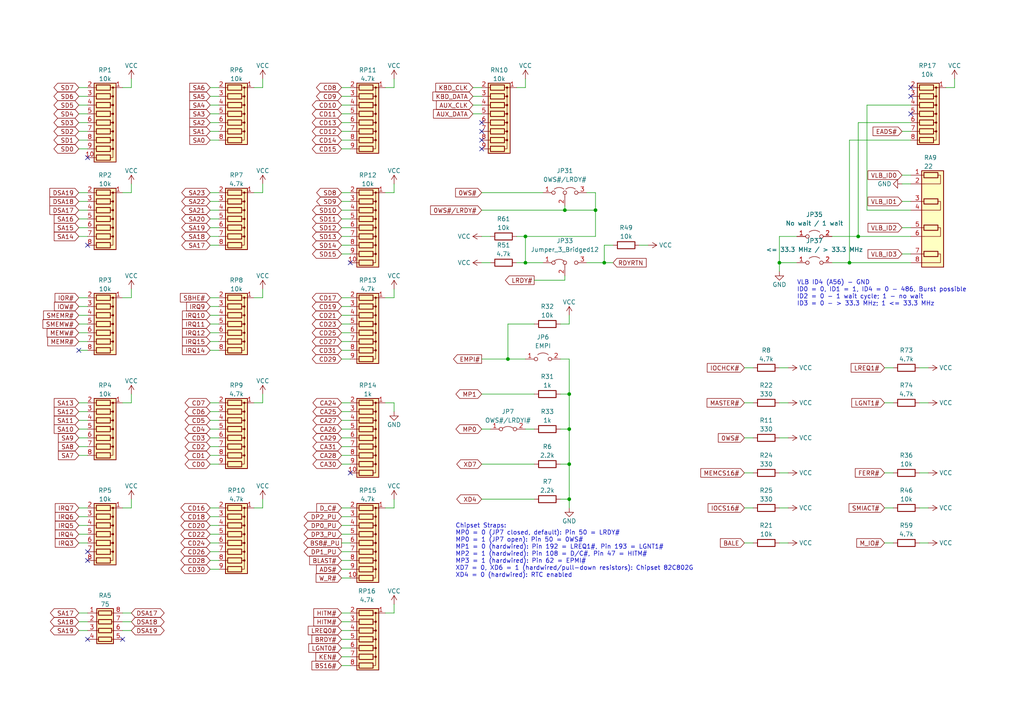
<source format=kicad_sch>
(kicad_sch (version 20231120) (generator "eeschema") (generator_version "8.0")
  (paper "A4")
  (title_block (title "PC110"))
  (junction (at 163.83 60.96))
  (junction (at 246.38 76.2))
  (junction (at 165.1 134.62))
  (junction (at 226.06 76.2))
  (junction (at 152.4 68.58))
  (junction (at 175.26 76.2))
  (junction (at 165.1 124.46))
  (junction (at 172.72 60.96))
  (junction (at 147.32 104.14))
  (junction (at 165.1 144.78))
  (junction (at 152.4 76.2))
  (junction (at 165.1 114.3))
  (junction (at 248.92 68.58))
  (no_connect (at 139.7 35.56))
  (no_connect (at 139.7 40.64))
  (no_connect (at 25.4 162.56))
  (no_connect (at 25.4 160.02))
  (no_connect (at 22.86 101.6))
  (no_connect (at 139.7 43.18))
  (no_connect (at 35.56 185.42))
  (no_connect (at 25.4 185.42))
  (no_connect (at 101.6 76.2))
  (no_connect (at 264.16 33.02))
  (no_connect (at 264.16 27.94))
  (no_connect (at 264.16 25.4))
  (no_connect (at 139.7 38.1))
  (no_connect (at 25.4 45.72))
  (no_connect (at 25.4 71.12))
  (no_connect (at 101.6 137.16))
  (wire (pts (xy 154.94 81.28) (xy 163.83 81.28)))
  (wire (pts (xy 162.56 114.3) (xy 165.1 114.3)))
  (wire (pts (xy 99.06 38.1) (xy 101.6 38.1)))
  (wire (pts (xy 73.66 86.36) (xy 76.2 86.36)))
  (wire (pts (xy 99.06 190.5) (xy 101.6 190.5)))
  (wire (pts (xy 101.6 154.94) (xy 99.06 154.94)))
  (wire (pts (xy 99.06 101.6) (xy 101.6 101.6)))
  (wire (pts (xy 76.2 25.4) (xy 76.2 22.86)))
  (wire (pts (xy 99.06 99.06) (xy 101.6 99.06)))
  (wire (pts (xy 139.7 27.94) (xy 137.16 27.94)))
  (wire (pts (xy 228.6 147.32) (xy 226.06 147.32)))
  (wire (pts (xy 60.96 40.64) (xy 63.5 40.64)))
  (wire (pts (xy 76.2 55.88) (xy 76.2 53.34)))
  (wire (pts (xy 22.86 180.34) (xy 25.4 180.34)))
  (wire (pts (xy 248.92 68.58) (xy 248.92 35.56)))
  (wire (pts (xy 38.1 180.34) (xy 35.56 180.34)))
  (wire (pts (xy 22.86 91.44) (xy 25.4 91.44)))
  (wire (pts (xy 35.56 116.84) (xy 38.1 116.84)))
  (wire (pts (xy 228.6 157.48) (xy 226.06 157.48)))
  (wire (pts (xy 76.2 116.84) (xy 76.2 114.3)))
  (wire (pts (xy 60.96 35.56) (xy 63.5 35.56)))
  (wire (pts (xy 152.4 68.58) (xy 149.86 68.58)))
  (wire (pts (xy 261.62 58.42) (xy 264.16 58.42)))
  (wire (pts (xy 60.96 121.92) (xy 63.5 121.92)))
  (wire (pts (xy 22.86 66.04) (xy 25.4 66.04)))
  (wire (pts (xy 99.06 91.44) (xy 101.6 91.44)))
  (wire (pts (xy 261.62 66.04) (xy 264.16 66.04)))
  (wire (pts (xy 22.86 55.88) (xy 25.4 55.88)))
  (wire (pts (xy 22.86 25.4) (xy 25.4 25.4)))
  (wire (pts (xy 22.86 35.56) (xy 25.4 35.56)))
  (wire (pts (xy 139.7 134.62) (xy 154.94 134.62)))
  (wire (pts (xy 22.86 127) (xy 25.4 127)))
  (wire (pts (xy 99.06 96.52) (xy 101.6 96.52)))
  (wire (pts (xy 22.86 63.5) (xy 25.4 63.5)))
  (wire (pts (xy 60.96 63.5) (xy 63.5 63.5)))
  (wire (pts (xy 99.06 134.62) (xy 101.6 134.62)))
  (wire (pts (xy 99.06 63.5) (xy 101.6 63.5)))
  (wire (pts (xy 99.06 60.96) (xy 101.6 60.96)))
  (wire (pts (xy 251.46 30.48) (xy 264.16 30.48)))
  (wire (pts (xy 215.9 157.48) (xy 218.44 157.48)))
  (wire (pts (xy 60.96 160.02) (xy 63.5 160.02)))
  (wire (pts (xy 187.96 71.12) (xy 185.42 71.12)))
  (wire (pts (xy 152.4 76.2) (xy 149.86 76.2)))
  (wire (pts (xy 226.06 76.2) (xy 231.14 76.2)))
  (wire (pts (xy 60.96 91.44) (xy 63.5 91.44)))
  (wire (pts (xy 163.83 60.96) (xy 163.83 59.69)))
  (wire (pts (xy 264.16 68.58) (xy 248.92 68.58)))
  (wire (pts (xy 60.96 152.4) (xy 63.5 152.4)))
  (wire (pts (xy 99.06 68.58) (xy 101.6 68.58)))
  (wire (pts (xy 261.62 53.34) (xy 264.16 53.34)))
  (wire (pts (xy 147.32 93.98) (xy 154.94 93.98)))
  (wire (pts (xy 60.96 38.1) (xy 63.5 38.1)))
  (wire (pts (xy 139.7 55.88) (xy 157.48 55.88)))
  (wire (pts (xy 215.9 137.16) (xy 218.44 137.16)))
  (wire (pts (xy 139.7 114.3) (xy 154.94 114.3)))
  (wire (pts (xy 172.72 55.88) (xy 170.18 55.88)))
  (wire (pts (xy 111.76 55.88) (xy 114.3 55.88)))
  (wire (pts (xy 22.86 116.84) (xy 25.4 116.84)))
  (wire (pts (xy 22.86 68.58) (xy 25.4 68.58)))
  (wire (pts (xy 22.86 40.64) (xy 25.4 40.64)))
  (wire (pts (xy 38.1 86.36) (xy 38.1 83.82)))
  (wire (pts (xy 165.1 144.78) (xy 165.1 147.32)))
  (wire (pts (xy 139.7 33.02) (xy 137.16 33.02)))
  (wire (pts (xy 38.1 177.8) (xy 35.56 177.8)))
  (wire (pts (xy 73.66 55.88) (xy 76.2 55.88)))
  (wire (pts (xy 269.24 106.68) (xy 266.7 106.68)))
  (wire (pts (xy 99.06 25.4) (xy 101.6 25.4)))
  (wire (pts (xy 256.54 147.32) (xy 259.08 147.32)))
  (wire (pts (xy 60.96 68.58) (xy 63.5 68.58)))
  (wire (pts (xy 269.24 157.48) (xy 266.7 157.48)))
  (wire (pts (xy 60.96 162.56) (xy 63.5 162.56)))
  (wire (pts (xy 22.86 129.54) (xy 25.4 129.54)))
  (wire (pts (xy 99.06 165.1) (xy 101.6 165.1)))
  (wire (pts (xy 22.86 152.4) (xy 25.4 152.4)))
  (wire (pts (xy 60.96 134.62) (xy 63.5 134.62)))
  (wire (pts (xy 35.56 147.32) (xy 38.1 147.32)))
  (wire (pts (xy 99.06 88.9) (xy 101.6 88.9)))
  (wire (pts (xy 60.96 66.04) (xy 63.5 66.04)))
  (wire (pts (xy 76.2 86.36) (xy 76.2 83.82)))
  (wire (pts (xy 175.26 76.2) (xy 175.26 71.12)))
  (wire (pts (xy 60.96 149.86) (xy 63.5 149.86)))
  (wire (pts (xy 139.7 30.48) (xy 137.16 30.48)))
  (wire (pts (xy 163.83 81.28) (xy 163.83 80.01)))
  (wire (pts (xy 22.86 96.52) (xy 25.4 96.52)))
  (wire (pts (xy 60.96 60.96) (xy 63.5 60.96)))
  (wire (pts (xy 162.56 144.78) (xy 165.1 144.78)))
  (wire (pts (xy 60.96 147.32) (xy 63.5 147.32)))
  (wire (pts (xy 149.86 25.4) (xy 152.4 25.4)))
  (wire (pts (xy 99.06 40.64) (xy 101.6 40.64)))
  (wire (pts (xy 73.66 116.84) (xy 76.2 116.84)))
  (wire (pts (xy 101.6 121.92) (xy 99.06 121.92)))
  (wire (pts (xy 246.38 40.64) (xy 264.16 40.64)))
  (wire (pts (xy 22.86 27.94) (xy 25.4 27.94)))
  (wire (pts (xy 111.76 116.84) (xy 114.3 116.84)))
  (wire (pts (xy 99.06 93.98) (xy 101.6 93.98)))
  (wire (pts (xy 101.6 149.86) (xy 99.06 149.86)))
  (wire (pts (xy 22.86 38.1) (xy 25.4 38.1)))
  (wire (pts (xy 99.06 129.54) (xy 101.6 129.54)))
  (wire (pts (xy 99.06 157.48) (xy 101.6 157.48)))
  (wire (pts (xy 165.1 124.46) (xy 165.1 134.62)))
  (wire (pts (xy 111.76 147.32) (xy 114.3 147.32)))
  (wire (pts (xy 60.96 99.06) (xy 63.5 99.06)))
  (wire (pts (xy 162.56 104.14) (xy 165.1 104.14)))
  (wire (pts (xy 99.06 127) (xy 101.6 127)))
  (wire (pts (xy 22.86 86.36) (xy 25.4 86.36)))
  (wire (pts (xy 60.96 93.98) (xy 63.5 93.98)))
  (wire (pts (xy 60.96 165.1) (xy 63.5 165.1)))
  (wire (pts (xy 228.6 116.84) (xy 226.06 116.84)))
  (wire (pts (xy 101.6 147.32) (xy 99.06 147.32)))
  (wire (pts (xy 172.72 68.58) (xy 172.72 60.96)))
  (wire (pts (xy 60.96 30.48) (xy 63.5 30.48)))
  (wire (pts (xy 251.46 60.96) (xy 251.46 30.48)))
  (wire (pts (xy 165.1 104.14) (xy 165.1 114.3)))
  (wire (pts (xy 165.1 134.62) (xy 165.1 144.78)))
  (wire (pts (xy 114.3 177.8) (xy 114.3 175.26)))
  (wire (pts (xy 22.86 33.02) (xy 25.4 33.02)))
  (wire (pts (xy 99.06 35.56) (xy 101.6 35.56)))
  (wire (pts (xy 22.86 30.48) (xy 25.4 30.48)))
  (wire (pts (xy 35.56 55.88) (xy 38.1 55.88)))
  (wire (pts (xy 215.9 106.68) (xy 218.44 106.68)))
  (wire (pts (xy 256.54 116.84) (xy 259.08 116.84)))
  (wire (pts (xy 99.06 182.88) (xy 101.6 182.88)))
  (wire (pts (xy 114.3 55.88) (xy 114.3 53.34)))
  (wire (pts (xy 101.6 132.08) (xy 99.06 132.08)))
  (wire (pts (xy 60.96 154.94) (xy 63.5 154.94)))
  (wire (pts (xy 22.86 119.38) (xy 25.4 119.38)))
  (wire (pts (xy 60.96 33.02) (xy 63.5 33.02)))
  (wire (pts (xy 256.54 106.68) (xy 259.08 106.68)))
  (wire (pts (xy 147.32 104.14) (xy 147.32 93.98)))
  (wire (pts (xy 231.14 68.58) (xy 226.06 68.58)))
  (wire (pts (xy 99.06 86.36) (xy 101.6 86.36)))
  (wire (pts (xy 170.18 76.2) (xy 175.26 76.2)))
  (wire (pts (xy 76.2 147.32) (xy 76.2 144.78)))
  (wire (pts (xy 99.06 73.66) (xy 101.6 73.66)))
  (wire (pts (xy 101.6 116.84) (xy 99.06 116.84)))
  (wire (pts (xy 99.06 104.14) (xy 101.6 104.14)))
  (wire (pts (xy 22.86 132.08) (xy 25.4 132.08)))
  (wire (pts (xy 226.06 76.2) (xy 226.06 78.74)))
  (wire (pts (xy 22.86 101.6) (xy 25.4 101.6)))
  (wire (pts (xy 111.76 25.4) (xy 114.3 25.4)))
  (wire (pts (xy 241.3 76.2) (xy 246.38 76.2)))
  (wire (pts (xy 35.56 86.36) (xy 38.1 86.36)))
  (wire (pts (xy 99.06 55.88) (xy 101.6 55.88)))
  (wire (pts (xy 101.6 119.38) (xy 99.06 119.38)))
  (wire (pts (xy 162.56 93.98) (xy 165.1 93.98)))
  (wire (pts (xy 60.96 71.12) (xy 63.5 71.12)))
  (wire (pts (xy 261.62 73.66) (xy 264.16 73.66)))
  (wire (pts (xy 165.1 91.44) (xy 165.1 93.98)))
  (wire (pts (xy 22.86 177.8) (xy 25.4 177.8)))
  (wire (pts (xy 228.6 137.16) (xy 226.06 137.16)))
  (wire (pts (xy 101.6 152.4) (xy 99.06 152.4)))
  (wire (pts (xy 22.86 60.96) (xy 25.4 60.96)))
  (wire (pts (xy 139.7 104.14) (xy 147.32 104.14)))
  (wire (pts (xy 147.32 104.14) (xy 152.4 104.14)))
  (wire (pts (xy 114.3 25.4) (xy 114.3 22.86)))
  (wire (pts (xy 162.56 134.62) (xy 165.1 134.62)))
  (wire (pts (xy 60.96 116.84) (xy 63.5 116.84)))
  (wire (pts (xy 60.96 55.88) (xy 63.5 55.88)))
  (wire (pts (xy 60.96 119.38) (xy 63.5 119.38)))
  (wire (pts (xy 22.86 58.42) (xy 25.4 58.42)))
  (wire (pts (xy 73.66 25.4) (xy 76.2 25.4)))
  (wire (pts (xy 22.86 154.94) (xy 25.4 154.94)))
  (wire (pts (xy 269.24 116.84) (xy 266.7 116.84)))
  (wire (pts (xy 241.3 68.58) (xy 248.92 68.58)))
  (wire (pts (xy 276.86 25.4) (xy 276.86 22.86)))
  (wire (pts (xy 60.96 129.54) (xy 63.5 129.54)))
  (wire (pts (xy 246.38 76.2) (xy 246.38 40.64)))
  (wire (pts (xy 99.06 167.64) (xy 101.6 167.64)))
  (wire (pts (xy 256.54 157.48) (xy 259.08 157.48)))
  (wire (pts (xy 99.06 160.02) (xy 101.6 160.02)))
  (wire (pts (xy 99.06 43.18) (xy 101.6 43.18)))
  (wire (pts (xy 22.86 99.06) (xy 25.4 99.06)))
  (wire (pts (xy 152.4 76.2) (xy 152.4 68.58)))
  (wire (pts (xy 60.96 124.46) (xy 63.5 124.46)))
  (wire (pts (xy 101.6 180.34) (xy 99.06 180.34)))
  (wire (pts (xy 99.06 187.96) (xy 101.6 187.96)))
  (wire (pts (xy 269.24 147.32) (xy 266.7 147.32)))
  (wire (pts (xy 139.7 60.96) (xy 163.83 60.96)))
  (wire (pts (xy 22.86 121.92) (xy 25.4 121.92)))
  (wire (pts (xy 261.62 50.8) (xy 264.16 50.8)))
  (wire (pts (xy 60.96 27.94) (xy 63.5 27.94)))
  (wire (pts (xy 139.7 68.58) (xy 142.24 68.58)))
  (wire (pts (xy 111.76 177.8) (xy 114.3 177.8)))
  (wire (pts (xy 101.6 124.46) (xy 99.06 124.46)))
  (wire (pts (xy 139.7 124.46) (xy 142.24 124.46)))
  (wire (pts (xy 111.76 86.36) (xy 114.3 86.36)))
  (wire (pts (xy 22.86 149.86) (xy 25.4 149.86)))
  (wire (pts (xy 38.1 25.4) (xy 38.1 22.86)))
  (wire (pts (xy 60.96 127) (xy 63.5 127)))
  (wire (pts (xy 228.6 106.68) (xy 226.06 106.68)))
  (wire (pts (xy 22.86 124.46) (xy 25.4 124.46)))
  (wire (pts (xy 274.32 25.4) (xy 276.86 25.4)))
  (wire (pts (xy 38.1 182.88) (xy 35.56 182.88)))
  (wire (pts (xy 172.72 60.96) (xy 172.72 55.88)))
  (wire (pts (xy 60.96 25.4) (xy 63.5 25.4)))
  (wire (pts (xy 248.92 35.56) (xy 264.16 35.56)))
  (wire (pts (xy 163.83 60.96) (xy 172.72 60.96)))
  (wire (pts (xy 22.86 157.48) (xy 25.4 157.48)))
  (wire (pts (xy 215.9 147.32) (xy 218.44 147.32)))
  (wire (pts (xy 60.96 101.6) (xy 63.5 101.6)))
  (wire (pts (xy 175.26 76.2) (xy 177.8 76.2)))
  (wire (pts (xy 38.1 116.84) (xy 38.1 114.3)))
  (wire (pts (xy 38.1 55.88) (xy 38.1 53.34)))
  (wire (pts (xy 139.7 25.4) (xy 137.16 25.4)))
  (wire (pts (xy 60.96 58.42) (xy 63.5 58.42)))
  (wire (pts (xy 261.62 38.1) (xy 264.16 38.1)))
  (wire (pts (xy 139.7 144.78) (xy 154.94 144.78)))
  (wire (pts (xy 226.06 68.58) (xy 226.06 76.2)))
  (wire (pts (xy 60.96 132.08) (xy 63.5 132.08)))
  (wire (pts (xy 264.16 60.96) (xy 251.46 60.96)))
  (wire (pts (xy 99.06 58.42) (xy 101.6 58.42)))
  (wire (pts (xy 269.24 137.16) (xy 266.7 137.16)))
  (wire (pts (xy 60.96 88.9) (xy 63.5 88.9)))
  (wire (pts (xy 101.6 177.8) (xy 99.06 177.8)))
  (wire (pts (xy 99.06 193.04) (xy 101.6 193.04)))
  (wire (pts (xy 139.7 76.2) (xy 142.24 76.2)))
  (wire (pts (xy 114.3 86.36) (xy 114.3 83.82)))
  (wire (pts (xy 256.54 137.16) (xy 259.08 137.16)))
  (wire (pts (xy 264.16 76.2) (xy 246.38 76.2)))
  (wire (pts (xy 152.4 25.4) (xy 152.4 22.86)))
  (wire (pts (xy 152.4 124.46) (xy 154.94 124.46)))
  (wire (pts (xy 157.48 76.2) (xy 152.4 76.2)))
  (wire (pts (xy 22.86 93.98) (xy 25.4 93.98)))
  (wire (pts (xy 60.96 157.48) (xy 63.5 157.48)))
  (wire (pts (xy 228.6 127) (xy 226.06 127)))
  (wire (pts (xy 99.06 33.02) (xy 101.6 33.02)))
  (wire (pts (xy 165.1 114.3) (xy 165.1 124.46)))
  (wire (pts (xy 22.86 43.18) (xy 25.4 43.18)))
  (wire (pts (xy 38.1 147.32) (xy 38.1 144.78)))
  (wire (pts (xy 22.86 88.9) (xy 25.4 88.9)))
  (wire (pts (xy 99.06 185.42) (xy 101.6 185.42)))
  (wire (pts (xy 162.56 124.46) (xy 165.1 124.46)))
  (wire (pts (xy 99.06 27.94) (xy 101.6 27.94)))
  (wire (pts (xy 99.06 66.04) (xy 101.6 66.04)))
  (wire (pts (xy 175.26 71.12) (xy 177.8 71.12)))
  (wire (pts (xy 60.96 86.36) (xy 63.5 86.36)))
  (wire (pts (xy 22.86 182.88) (xy 25.4 182.88)))
  (wire (pts (xy 60.96 96.52) (xy 63.5 96.52)))
  (wire (pts (xy 101.6 162.56) (xy 99.06 162.56)))
  (wire (pts (xy 73.66 147.32) (xy 76.2 147.32)))
  (wire (pts (xy 35.56 25.4) (xy 38.1 25.4)))
  (wire (pts (xy 99.06 71.12) (xy 101.6 71.12)))
  (wire (pts (xy 99.06 30.48) (xy 101.6 30.48)))
  (wire (pts (xy 215.9 127) (xy 218.44 127)))
  (wire (pts (xy 22.86 147.32) (xy 25.4 147.32)))
  (wire (pts (xy 215.9 116.84) (xy 218.44 116.84)))
  (wire (pts (xy 152.4 68.58) (xy 172.72 68.58)))
  (wire (pts (xy 114.3 116.84) (xy 114.3 119.38)))
  (wire (pts (xy 114.3 147.32) (xy 114.3 144.78)))
  (text "Chipset Straps:\nMP0 = 0 (JP7 closed, default): Pin 50 = LRDY#\nMP0 = 1 (JP7 open): Pin 50 = 0WS#\nMP1 = 0 (hardwired): Pin 192 = LREQ1#, Pin 193 = LGNT1#\nMP2 = 1 (hardwired): Pin 108 = D/C#, Pin 47 = HITM#\nMP3 = 1 (hardwired): Pin 62 = EPMI#\nXD7 = 0, XD6 = 1 (hardwired/pull-down resistors): Chipset 82C802G\nXD4 = 0 (hardwired): RTC enabled" (at 132.08 167.64 0) (effects (font (size 1.27 1.27)) (justify left bottom)))
  (text "VLB ID4 (A56) - GND\nID0 = 0, ID1 = 1, ID4 = 0 - 486, Burst possible\nID2 = 0 - 1 wait cycle; 1 - no wait\nID3 = 0 - > 33.3 MHz; 1 <= 33.3 MHz" (at 231.14 88.9 0) (effects (font (size 1.27 1.27)) (justify left bottom)))
  (global_label "CD17" (shape bidirectional) (at 99.06 86.36 180) (property "Intersheetrefs" "${INTERSHEET_REFS}" (effects (hide yes))))
  (global_label "BLAST#" (shape input) (at 99.06 162.56 180) (property "Intersheetrefs" "${INTERSHEET_REFS}" (effects (hide yes))))
  (global_label "CD15" (shape bidirectional) (at 99.06 43.18 180) (property "Intersheetrefs" "${INTERSHEET_REFS}" (effects (hide yes))))
  (global_label "IRQ15" (shape input) (at 60.96 99.06 180) (property "Intersheetrefs" "${INTERSHEET_REFS}" (effects (hide yes))))
  (global_label "VLB_ID1" (shape input) (at 261.62 58.42 180) (property "Intersheetrefs" "${INTERSHEET_REFS}" (effects (hide yes))))
  (global_label "IOW#" (shape input) (at 22.86 88.9 180) (property "Intersheetrefs" "${INTERSHEET_REFS}" (effects (hide yes))))
  (global_label "XD4" (shape bidirectional) (at 139.7 144.78 180) (property "Intersheetrefs" "${INTERSHEET_REFS}" (effects (hide yes))))
  (global_label "SA11" (shape input) (at 22.86 121.92 180) (property "Intersheetrefs" "${INTERSHEET_REFS}" (effects (hide yes))))
  (global_label "CD8" (shape bidirectional) (at 99.06 25.4 180) (property "Intersheetrefs" "${INTERSHEET_REFS}" (effects (hide yes))))
  (global_label "CD16" (shape bidirectional) (at 60.96 147.32 180) (property "Intersheetrefs" "${INTERSHEET_REFS}" (effects (hide yes))))
  (global_label "CD0" (shape bidirectional) (at 60.96 134.62 180) (property "Intersheetrefs" "${INTERSHEET_REFS}" (effects (hide yes))))
  (global_label "CD26" (shape bidirectional) (at 60.96 160.02 180) (property "Intersheetrefs" "${INTERSHEET_REFS}" (effects (hide yes))))
  (global_label "BS8#_PU" (shape output) (at 99.06 157.48 180) (property "Intersheetrefs" "${INTERSHEET_REFS}" (effects (hide yes))))
  (global_label "KEN#" (shape input) (at 99.06 190.5 180) (property "Intersheetrefs" "${INTERSHEET_REFS}" (effects (hide yes))))
  (global_label "SD11" (shape bidirectional) (at 99.06 63.5 180) (property "Intersheetrefs" "${INTERSHEET_REFS}" (effects (hide yes))))
  (global_label "SA21" (shape bidirectional) (at 60.96 60.96 180) (property "Intersheetrefs" "${INTERSHEET_REFS}" (effects (hide yes))))
  (global_label "IRQ14" (shape input) (at 60.96 101.6 180) (property "Intersheetrefs" "${INTERSHEET_REFS}" (effects (hide yes))))
  (global_label "DP2_PU" (shape bidirectional) (at 99.06 149.86 180) (property "Intersheetrefs" "${INTERSHEET_REFS}" (effects (hide yes))))
  (global_label "SD12" (shape bidirectional) (at 99.06 66.04 180) (property "Intersheetrefs" "${INTERSHEET_REFS}" (effects (hide yes))))
  (global_label "SD14" (shape bidirectional) (at 99.06 71.12 180) (property "Intersheetrefs" "${INTERSHEET_REFS}" (effects (hide yes))))
  (global_label "SA7" (shape input) (at 22.86 132.08 180) (property "Intersheetrefs" "${INTERSHEET_REFS}" (effects (hide yes))))
  (global_label "VLB_ID2" (shape input) (at 261.62 66.04 180) (property "Intersheetrefs" "${INTERSHEET_REFS}" (effects (hide yes))))
  (global_label "CD13" (shape bidirectional) (at 99.06 35.56 180) (property "Intersheetrefs" "${INTERSHEET_REFS}" (effects (hide yes))))
  (global_label "BS16#" (shape input) (at 99.06 193.04 180) (property "Intersheetrefs" "${INTERSHEET_REFS}" (effects (hide yes))))
  (global_label "SD1" (shape bidirectional) (at 22.86 40.64 180) (property "Intersheetrefs" "${INTERSHEET_REFS}" (effects (hide yes))))
  (global_label "MP1" (shape bidirectional) (at 139.7 114.3 180) (property "Intersheetrefs" "${INTERSHEET_REFS}" (effects (hide yes))))
  (global_label "CA29" (shape bidirectional) (at 99.06 127 180) (property "Intersheetrefs" "${INTERSHEET_REFS}" (effects (hide yes))))
  (global_label "IRQ7" (shape input) (at 22.86 147.32 180) (property "Intersheetrefs" "${INTERSHEET_REFS}" (effects (hide yes))))
  (global_label "SD3" (shape bidirectional) (at 22.86 35.56 180) (property "Intersheetrefs" "${INTERSHEET_REFS}" (effects (hide yes))))
  (global_label "SA0" (shape input) (at 60.96 40.64 180) (property "Intersheetrefs" "${INTERSHEET_REFS}" (effects (hide yes))))
  (global_label "IRQ11" (shape input) (at 60.96 93.98 180) (property "Intersheetrefs" "${INTERSHEET_REFS}" (effects (hide yes))))
  (global_label "AUX_DATA" (shape input) (at 137.16 33.02 180) (property "Intersheetrefs" "${INTERSHEET_REFS}" (effects (hide yes))))
  (global_label "CD28" (shape bidirectional) (at 60.96 162.56 180) (property "Intersheetrefs" "${INTERSHEET_REFS}" (effects (hide yes))))
  (global_label "DSA19" (shape bidirectional) (at 38.1 182.88 0) (property "Intersheetrefs" "${INTERSHEET_REFS}" (effects (hide yes))))
  (global_label "SMIACT#" (shape input) (at 256.54 147.32 180) (property "Intersheetrefs" "${INTERSHEET_REFS}" (effects (hide yes))))
  (global_label "SA8" (shape input) (at 22.86 129.54 180) (property "Intersheetrefs" "${INTERSHEET_REFS}" (effects (hide yes))))
  (global_label "SD8" (shape bidirectional) (at 99.06 55.88 180) (property "Intersheetrefs" "${INTERSHEET_REFS}" (effects (hide yes))))
  (global_label "RDYRTN" (shape input) (at 177.8 76.2 0) (property "Intersheetrefs" "${INTERSHEET_REFS}" (effects (hide yes))))
  (global_label "CD3" (shape bidirectional) (at 60.96 127 180) (property "Intersheetrefs" "${INTERSHEET_REFS}" (effects (hide yes))))
  (global_label "MEMCS16#" (shape input) (at 215.9 137.16 180) (property "Intersheetrefs" "${INTERSHEET_REFS}" (effects (hide yes))))
  (global_label "CA28" (shape bidirectional) (at 99.06 132.08 180) (property "Intersheetrefs" "${INTERSHEET_REFS}" (effects (hide yes))))
  (global_label "LGNT1#" (shape input) (at 256.54 116.84 180) (property "Intersheetrefs" "${INTERSHEET_REFS}" (effects (hide yes))))
  (global_label "SMEMW#" (shape input) (at 22.86 93.98 180) (property "Intersheetrefs" "${INTERSHEET_REFS}" (effects (hide yes))))
  (global_label "CA27" (shape bidirectional) (at 99.06 121.92 180) (property "Intersheetrefs" "${INTERSHEET_REFS}" (effects (hide yes))))
  (global_label "KBD_CLK" (shape input) (at 137.16 25.4 180) (property "Intersheetrefs" "${INTERSHEET_REFS}" (effects (hide yes))))
  (global_label "CD29" (shape bidirectional) (at 99.06 104.14 180) (property "Intersheetrefs" "${INTERSHEET_REFS}" (effects (hide yes))))
  (global_label "DSA18" (shape bidirectional) (at 38.1 180.34 0) (property "Intersheetrefs" "${INTERSHEET_REFS}" (effects (hide yes))))
  (global_label "SA2" (shape input) (at 60.96 35.56 180) (property "Intersheetrefs" "${INTERSHEET_REFS}" (effects (hide yes))))
  (global_label "HITM#" (shape input) (at 99.06 177.8 180) (property "Intersheetrefs" "${INTERSHEET_REFS}" (effects (hide yes))))
  (global_label "IOR#" (shape input) (at 22.86 86.36 180) (property "Intersheetrefs" "${INTERSHEET_REFS}" (effects (hide yes))))
  (global_label "SA14" (shape input) (at 22.86 68.58 180) (property "Intersheetrefs" "${INTERSHEET_REFS}" (effects (hide yes))))
  (global_label "0WS#{slash}LRDY#" (shape input) (at 139.7 60.96 180) (property "Intersheetrefs" "${INTERSHEET_REFS}" (effects (hide yes))))
  (global_label "SA17" (shape bidirectional) (at 60.96 71.12 180) (property "Intersheetrefs" "${INTERSHEET_REFS}" (effects (hide yes))))
  (global_label "CD24" (shape bidirectional) (at 60.96 157.48 180) (property "Intersheetrefs" "${INTERSHEET_REFS}" (effects (hide yes))))
  (global_label "CD4" (shape bidirectional) (at 60.96 124.46 180) (property "Intersheetrefs" "${INTERSHEET_REFS}" (effects (hide yes))))
  (global_label "SD4" (shape bidirectional) (at 22.86 33.02 180) (property "Intersheetrefs" "${INTERSHEET_REFS}" (effects (hide yes))))
  (global_label "SA18" (shape bidirectional) (at 22.86 180.34 180) (property "Intersheetrefs" "${INTERSHEET_REFS}" (effects (hide yes))))
  (global_label "SD0" (shape bidirectional) (at 22.86 43.18 180) (property "Intersheetrefs" "${INTERSHEET_REFS}" (effects (hide yes))))
  (global_label "SD2" (shape bidirectional) (at 22.86 38.1 180) (property "Intersheetrefs" "${INTERSHEET_REFS}" (effects (hide yes))))
  (global_label "IRQ10" (shape input) (at 60.96 91.44 180) (property "Intersheetrefs" "${INTERSHEET_REFS}" (effects (hide yes))))
  (global_label "IRQ3" (shape input) (at 22.86 157.48 180) (property "Intersheetrefs" "${INTERSHEET_REFS}" (effects (hide yes))))
  (global_label "ADS#" (shape input) (at 99.06 165.1 180) (property "Intersheetrefs" "${INTERSHEET_REFS}" (effects (hide yes))))
  (global_label "CD22" (shape bidirectional) (at 60.96 154.94 180) (property "Intersheetrefs" "${INTERSHEET_REFS}" (effects (hide yes))))
  (global_label "BRDY#" (shape input) (at 99.06 185.42 180) (property "Intersheetrefs" "${INTERSHEET_REFS}" (effects (hide yes))))
  (global_label "CD27" (shape bidirectional) (at 99.06 99.06 180) (property "Intersheetrefs" "${INTERSHEET_REFS}" (effects (hide yes))))
  (global_label "SA20" (shape bidirectional) (at 60.96 63.5 180) (property "Intersheetrefs" "${INTERSHEET_REFS}" (effects (hide yes))))
  (global_label "LGNT0#" (shape input) (at 99.06 187.96 180) (property "Intersheetrefs" "${INTERSHEET_REFS}" (effects (hide yes))))
  (global_label "CD21" (shape bidirectional) (at 99.06 91.44 180) (property "Intersheetrefs" "${INTERSHEET_REFS}" (effects (hide yes))))
  (global_label "MASTER#" (shape input) (at 215.9 116.84 180) (property "Intersheetrefs" "${INTERSHEET_REFS}" (effects (hide yes))))
  (global_label "SA6" (shape input) (at 60.96 25.4 180) (property "Intersheetrefs" "${INTERSHEET_REFS}" (effects (hide yes))))
  (global_label "DSA18" (shape input) (at 22.86 58.42 180) (property "Intersheetrefs" "${INTERSHEET_REFS}" (effects (hide yes))))
  (global_label "M_IO#" (shape input) (at 256.54 157.48 180) (property "Intersheetrefs" "${INTERSHEET_REFS}" (effects (hide yes))))
  (global_label "SD10" (shape bidirectional) (at 99.06 60.96 180) (property "Intersheetrefs" "${INTERSHEET_REFS}" (effects (hide yes))))
  (global_label "MEMR#" (shape input) (at 22.86 99.06 180) (property "Intersheetrefs" "${INTERSHEET_REFS}" (effects (hide yes))))
  (global_label "IRQ6" (shape input) (at 22.86 149.86 180) (property "Intersheetrefs" "${INTERSHEET_REFS}" (effects (hide yes))))
  (global_label "VLB_ID3" (shape input) (at 261.62 73.66 180) (property "Intersheetrefs" "${INTERSHEET_REFS}" (effects (hide yes))))
  (global_label "CD20" (shape bidirectional) (at 60.96 152.4 180) (property "Intersheetrefs" "${INTERSHEET_REFS}" (effects (hide yes))))
  (global_label "SD5" (shape bidirectional) (at 22.86 30.48 180) (property "Intersheetrefs" "${INTERSHEET_REFS}" (effects (hide yes))))
  (global_label "IRQ5" (shape input) (at 22.86 152.4 180) (property "Intersheetrefs" "${INTERSHEET_REFS}" (effects (hide yes))))
  (global_label "0WS#" (shape input) (at 215.9 127 180) (property "Intersheetrefs" "${INTERSHEET_REFS}" (effects (hide yes))))
  (global_label "IRQ4" (shape input) (at 22.86 154.94 180) (property "Intersheetrefs" "${INTERSHEET_REFS}" (effects (hide yes))))
  (global_label "SD15" (shape bidirectional) (at 99.06 73.66 180) (property "Intersheetrefs" "${INTERSHEET_REFS}" (effects (hide yes))))
  (global_label "DSA17" (shape bidirectional) (at 38.1 177.8 0) (property "Intersheetrefs" "${INTERSHEET_REFS}" (effects (hide yes))))
  (global_label "CD5" (shape bidirectional) (at 60.96 121.92 180) (property "Intersheetrefs" "${INTERSHEET_REFS}" (effects (hide yes))))
  (global_label "FERR#" (shape input) (at 256.54 137.16 180) (property "Intersheetrefs" "${INTERSHEET_REFS}" (effects (hide yes))))
  (global_label "SA3" (shape input) (at 60.96 33.02 180) (property "Intersheetrefs" "${INTERSHEET_REFS}" (effects (hide yes))))
  (global_label "CD23" (shape bidirectional) (at 99.06 93.98 180) (property "Intersheetrefs" "${INTERSHEET_REFS}" (effects (hide yes))))
  (global_label "KBD_DATA" (shape input) (at 137.16 27.94 180) (property "Intersheetrefs" "${INTERSHEET_REFS}" (effects (hide yes))))
  (global_label "SD13" (shape bidirectional) (at 99.06 68.58 180) (property "Intersheetrefs" "${INTERSHEET_REFS}" (effects (hide yes))))
  (global_label "IOCS16#" (shape input) (at 215.9 147.32 180) (property "Intersheetrefs" "${INTERSHEET_REFS}" (effects (hide yes))))
  (global_label "SA9" (shape input) (at 22.86 127 180) (property "Intersheetrefs" "${INTERSHEET_REFS}" (effects (hide yes))))
  (global_label "DSA17" (shape input) (at 22.86 60.96 180) (property "Intersheetrefs" "${INTERSHEET_REFS}" (effects (hide yes))))
  (global_label "LREQ1#" (shape input) (at 256.54 106.68 180) (property "Intersheetrefs" "${INTERSHEET_REFS}" (effects (hide yes))))
  (global_label "SA12" (shape input) (at 22.86 119.38 180) (property "Intersheetrefs" "${INTERSHEET_REFS}" (effects (hide yes))))
  (global_label "MEMW#" (shape input) (at 22.86 96.52 180) (property "Intersheetrefs" "${INTERSHEET_REFS}" (effects (hide yes))))
  (global_label "AUX_CLK" (shape input) (at 137.16 30.48 180) (property "Intersheetrefs" "${INTERSHEET_REFS}" (effects (hide yes))))
  (global_label "CD6" (shape bidirectional) (at 60.96 119.38 180) (property "Intersheetrefs" "${INTERSHEET_REFS}" (effects (hide yes))))
  (global_label "VLB_ID0" (shape input) (at 261.62 50.8 180) (property "Intersheetrefs" "${INTERSHEET_REFS}" (effects (hide yes))))
  (global_label "MP0" (shape bidirectional) (at 139.7 124.46 180) (property "Intersheetrefs" "${INTERSHEET_REFS}" (effects (hide yes))))
  (global_label "IRQ9" (shape input) (at 60.96 88.9 180) (property "Intersheetrefs" "${INTERSHEET_REFS}" (effects (hide yes))))
  (global_label "CD14" (shape bidirectional) (at 99.06 40.64 180) (property "Intersheetrefs" "${INTERSHEET_REFS}" (effects (hide yes))))
  (global_label "CD7" (shape bidirectional) (at 60.96 116.84 180) (property "Intersheetrefs" "${INTERSHEET_REFS}" (effects (hide yes))))
  (global_label "CD11" (shape bidirectional) (at 99.06 33.02 180) (property "Intersheetrefs" "${INTERSHEET_REFS}" (effects (hide yes))))
  (global_label "D_C#" (shape input) (at 99.06 147.32 180) (property "Intersheetrefs" "${INTERSHEET_REFS}" (effects (hide yes))))
  (global_label "SBHE#" (shape input) (at 60.96 86.36 180) (property "Intersheetrefs" "${INTERSHEET_REFS}" (effects (hide yes))))
  (global_label "SA23" (shape bidirectional) (at 60.96 55.88 180) (property "Intersheetrefs" "${INTERSHEET_REFS}" (effects (hide yes))))
  (global_label "CA25" (shape bidirectional) (at 99.06 119.38 180) (property "Intersheetrefs" "${INTERSHEET_REFS}" (effects (hide yes))))
  (global_label "LRDY#" (shape output) (at 154.94 81.28 180) (property "Intersheetrefs" "${INTERSHEET_REFS}" (effects (hide yes))))
  (global_label "EADS#" (shape input) (at 261.62 38.1 180) (property "Intersheetrefs" "${INTERSHEET_REFS}" (effects (hide yes))))
  (global_label "IRQ12" (shape input) (at 60.96 96.52 180) (property "Intersheetrefs" "${INTERSHEET_REFS}" (effects (hide yes))))
  (global_label "XD7" (shape bidirectional) (at 139.7 134.62 180) (property "Intersheetrefs" "${INTERSHEET_REFS}" (effects (hide yes))))
  (global_label "CA31" (shape bidirectional) (at 99.06 129.54 180) (property "Intersheetrefs" "${INTERSHEET_REFS}" (effects (hide yes))))
  (global_label "DSA19" (shape input) (at 22.86 55.88 180) (property "Intersheetrefs" "${INTERSHEET_REFS}" (effects (hide yes))))
  (global_label "SD7" (shape bidirectional) (at 22.86 25.4 180) (property "Intersheetrefs" "${INTERSHEET_REFS}" (effects (hide yes))))
  (global_label "CD1" (shape bidirectional) (at 60.96 132.08 180) (property "Intersheetrefs" "${INTERSHEET_REFS}" (effects (hide yes))))
  (global_label "IOCHCK#" (shape input) (at 215.9 106.68 180) (property "Intersheetrefs" "${INTERSHEET_REFS}" (effects (hide yes))))
  (global_label "CA30" (shape bidirectional) (at 99.06 134.62 180) (property "Intersheetrefs" "${INTERSHEET_REFS}" (effects (hide yes))))
  (global_label "SA16" (shape input) (at 22.86 63.5 180) (property "Intersheetrefs" "${INTERSHEET_REFS}" (effects (hide yes))))
  (global_label "W_R#" (shape input) (at 99.06 167.64 180) (property "Intersheetrefs" "${INTERSHEET_REFS}" (effects (hide yes))))
  (global_label "BALE" (shape input) (at 215.9 157.48 180) (property "Intersheetrefs" "${INTERSHEET_REFS}" (effects (hide yes))))
  (global_label "SA19" (shape bidirectional) (at 60.96 66.04 180) (property "Intersheetrefs" "${INTERSHEET_REFS}" (effects (hide yes))))
  (global_label "SD9" (shape bidirectional) (at 99.06 58.42 180) (property "Intersheetrefs" "${INTERSHEET_REFS}" (effects (hide yes))))
  (global_label "SD6" (shape bidirectional) (at 22.86 27.94 180) (property "Intersheetrefs" "${INTERSHEET_REFS}" (effects (hide yes))))
  (global_label "CD19" (shape bidirectional) (at 99.06 88.9 180) (property "Intersheetrefs" "${INTERSHEET_REFS}" (effects (hide yes))))
  (global_label "SA15" (shape input) (at 22.86 66.04 180) (property "Intersheetrefs" "${INTERSHEET_REFS}" (effects (hide yes))))
  (global_label "HITM#" (shape input) (at 99.06 180.34 180) (property "Intersheetrefs" "${INTERSHEET_REFS}" (effects (hide yes))))
  (global_label "EMPI#" (shape output) (at 139.7 104.14 180) (property "Intersheetrefs" "${INTERSHEET_REFS}" (effects (hide yes))))
  (global_label "DP1_PU" (shape bidirectional) (at 99.06 160.02 180) (property "Intersheetrefs" "${INTERSHEET_REFS}" (effects (hide yes))))
  (global_label "LREQ0#" (shape input) (at 99.06 182.88 180) (property "Intersheetrefs" "${INTERSHEET_REFS}" (effects (hide yes))))
  (global_label "CD30" (shape bidirectional) (at 60.96 165.1 180) (property "Intersheetrefs" "${INTERSHEET_REFS}" (effects (hide yes))))
  (global_label "CD25" (shape bidirectional) (at 99.06 96.52 180) (property "Intersheetrefs" "${INTERSHEET_REFS}" (effects (hide yes))))
  (global_label "SA10" (shape input) (at 22.86 124.46 180) (property "Intersheetrefs" "${INTERSHEET_REFS}" (effects (hide yes))))
  (global_label "SA13" (shape input) (at 22.86 116.84 180) (property "Intersheetrefs" "${INTERSHEET_REFS}" (effects (hide yes))))
  (global_label "SA17" (shape bidirectional) (at 22.86 177.8 180) (property "Intersheetrefs" "${INTERSHEET_REFS}" (effects (hide yes))))
  (global_label "SA5" (shape input) (at 60.96 27.94 180) (property "Intersheetrefs" "${INTERSHEET_REFS}" (effects (hide yes))))
  (global_label "CD9" (shape bidirectional) (at 99.06 27.94 180) (property "Intersheetrefs" "${INTERSHEET_REFS}" (effects (hide yes))))
  (global_label "CD12" (shape bidirectional) (at 99.06 38.1 180) (property "Intersheetrefs" "${INTERSHEET_REFS}" (effects (hide yes))))
  (global_label "CD2" (shape bidirectional) (at 60.96 129.54 180) (property "Intersheetrefs" "${INTERSHEET_REFS}" (effects (hide yes))))
  (global_label "SMEMR#" (shape input) (at 22.86 91.44 180) (property "Intersheetrefs" "${INTERSHEET_REFS}" (effects (hide yes))))
  (global_label "DP0_PU" (shape bidirectional) (at 99.06 152.4 180) (property "Intersheetrefs" "${INTERSHEET_REFS}" (effects (hide yes))))
  (global_label "0WS#" (shape input) (at 139.7 55.88 180) (property "Intersheetrefs" "${INTERSHEET_REFS}" (effects (hide yes))))
  (global_label "DP3_PU" (shape bidirectional) (at 99.06 154.94 180) (property "Intersheetrefs" "${INTERSHEET_REFS}" (effects (hide yes))))
  (global_label "SA4" (shape input) (at 60.96 30.48 180) (property "Intersheetrefs" "${INTERSHEET_REFS}" (effects (hide yes))))
  (global_label "CA26" (shape bidirectional) (at 99.06 124.46 180) (property "Intersheetrefs" "${INTERSHEET_REFS}" (effects (hide yes))))
  (global_label "SA1" (shape input) (at 60.96 38.1 180) (property "Intersheetrefs" "${INTERSHEET_REFS}" (effects (hide yes))))
  (global_label "CD10" (shape bidirectional) (at 99.06 30.48 180) (property "Intersheetrefs" "${INTERSHEET_REFS}" (effects (hide yes))))
  (global_label "CD18" (shape bidirectional) (at 60.96 149.86 180) (property "Intersheetrefs" "${INTERSHEET_REFS}" (effects (hide yes))))
  (global_label "SA22" (shape bidirectional) (at 60.96 58.42 180) (property "Intersheetrefs" "${INTERSHEET_REFS}" (effects (hide yes))))
  (global_label "SA19" (shape bidirectional) (at 22.86 182.88 180) (property "Intersheetrefs" "${INTERSHEET_REFS}" (effects (hide yes))))
  (global_label "CA24" (shape bidirectional) (at 99.06 116.84 180) (property "Intersheetrefs" "${INTERSHEET_REFS}" (effects (hide yes))))
  (global_label "SA18" (shape bidirectional) (at 60.96 68.58 180) (property "Intersheetrefs" "${INTERSHEET_REFS}" (effects (hide yes))))
  (global_label "CD31" (shape bidirectional) (at 99.06 101.6 180) (property "Intersheetrefs" "${INTERSHEET_REFS}" (effects (hide yes))))
  (symbol (lib_id "power:VCC") (at 114.3 144.78 0) (unit 1)
    (property "Reference" "#PWR0247" (effects (hide yes)))
    (property "Value" "VCC" (at 114.3 140.97 0))
  )
  (symbol (lib_id "Device:R_Network08") (at 144.78 35.56 270) (unit 1)
    (property "Reference" "RN10" (at 144.78 20.32 90))
    (property "Value" "10k" (at 144.78 22.86 90))
    (property "Footprint" "Resistor_THT:R_Array_SIP9" (effects (hide yes)))
    (property "Datasheet" "http://www.vishay.com/docs/31509/csc.pdf" (effects (hide yes)))
  )
  (symbol (lib_id "power:VCC") (at 152.4 22.86 0) (unit 1)
    (property "Reference" "#PWR0254" (effects (hide yes)))
    (property "Value" "VCC" (at 152.4 19.05 0))
  )
  (symbol (lib_id "power:VCC") (at 38.1 22.86 0) (unit 1)
    (property "Reference" "#PWR0274" (effects (hide yes)))
    (property "Value" "VCC" (at 38.1 19.05 0))
  )
  (symbol (lib_id "power:VCC") (at 76.2 22.86 0) (unit 1)
    (property "Reference" "#PWR0275" (effects (hide yes)))
    (property "Value" "VCC" (at 76.2 19.05 0))
  )
  (symbol (lib_id "power:VCC") (at 38.1 53.34 0) (unit 1)
    (property "Reference" "#PWR0276" (effects (hide yes)))
    (property "Value" "VCC" (at 38.1 49.53 0))
  )
  (symbol (lib_id "Device:R") (at 222.25 147.32 270) (unit 1)
    (property "Reference" "R25" (at 222.25 142.24 90))
    (property "Value" "330" (at 222.25 144.78 90))
    (property "Footprint" "Resistor_SMD:R_0612_1632Metric_Pad1.18x3.40mm_HandSolder" (effects (hide yes)))
  )
  (symbol (lib_id "power:VCC") (at 38.1 83.82 0) (unit 1)
    (property "Reference" "#PWR0431" (effects (hide yes)))
    (property "Value" "VCC" (at 38.1 80.01 0))
  )
  (symbol (lib_id "Device:R") (at 158.75 134.62 90) (unit 1)
    (property "Reference" "R6" (at 158.75 129.54 90))
    (property "Value" "2.2k" (at 158.75 132.08 90))
    (property "Footprint" "Resistor_SMD:R_0612_1632Metric_Pad1.18x3.40mm_HandSolder" (effects (hide yes)))
  )
  (symbol (lib_id "Device:R_Network09") (at 30.48 35.56 270) (unit 1)
    (property "Reference" "RP1" (at 30.48 20.32 90))
    (property "Value" "10k" (at 30.48 22.86 90))
    (property "Footprint" "Resistor_THT:R_Array_SIP10" (effects (hide yes)))
    (property "Datasheet" "http://www.vishay.com/docs/31509/csc.pdf" (effects (hide yes)))
  )
  (symbol (lib_id "Device:R") (at 222.25 137.16 270) (unit 1)
    (property "Reference" "R24" (at 222.25 132.08 90))
    (property "Value" "330" (at 222.25 134.62 90))
    (property "Footprint" "Resistor_SMD:R_0612_1632Metric_Pad1.18x3.40mm_HandSolder" (effects (hide yes)))
  )
  (symbol (lib_id "Device:R") (at 158.75 93.98 90) (unit 1)
    (property "Reference" "R32" (at 158.75 88.9 90))
    (property "Value" "10k" (at 158.75 91.44 90))
    (property "Footprint" "Resistor_SMD:R_0612_1632Metric_Pad1.18x3.40mm_HandSolder" (effects (hide yes)))
  )
  (symbol (lib_id "Jumper:Jumper_2_Open") (at 157.48 104.14 0) (unit 1)
    (property "Reference" "JP6" (at 157.48 97.79 0))
    (property "Value" "EMPI" (at 157.48 100.33 0))
    (property "Footprint" "My_Components:Conn_Pin_Header_2x1_2.54mm" (effects (hide yes)))
  )
  (symbol (lib_id "power:VCC") (at 76.2 114.3 0) (unit 1)
    (property "Reference" "#PWR0444" (effects (hide yes)))
    (property "Value" "VCC" (at 76.2 110.49 0))
  )
  (symbol (lib_id "power:GND") (at 226.06 78.74 0) (unit 1)
    (property "Reference" "#PWR0437" (effects (hide yes)))
    (property "Value" "GND" (at 226.06 82.55 0))
  )
  (symbol (lib_id "power:VCC") (at 269.24 116.84 270) (unit 1)
    (property "Reference" "#PWR0456" (effects (hide yes)))
    (property "Value" "VCC" (at 274.32 116.84 90))
  )
  (symbol (lib_id "power:VCC") (at 76.2 83.82 0) (unit 1)
    (property "Reference" "#PWR0430" (effects (hide yes)))
    (property "Value" "VCC" (at 76.2 80.01 0))
  )
  (symbol (lib_id "power:VCC") (at 228.6 127 270) (unit 1)
    (property "Reference" "#PWR0454" (effects (hide yes)))
    (property "Value" "VCC" (at 233.68 127 90))
  )
  (symbol (lib_id "Jumper:Jumper_3_Bridged12") (at 163.83 76.2 0) (unit 1)
    (property "Reference" "JP33" (at 163.83 69.85 0))
    (property "Value" "Jumper_3_Bridged12" (at 163.83 72.39 0))
    (property "Footprint" "My_Components:Conn_Pin_Header_3x1_2.54mm" (effects (hide yes)))
  )
  (symbol (lib_id "power:VCC") (at 228.6 137.16 270) (unit 1)
    (property "Reference" "#PWR0273" (effects (hide yes)))
    (property "Value" "VCC" (at 233.68 137.16 90))
  )
  (symbol (lib_id "Device:R_Network07") (at 30.48 154.94 270) (unit 1)
    (property "Reference" "RP5" (at 30.48 142.24 90))
    (property "Value" "10k" (at 30.48 144.78 90))
    (property "Footprint" "Resistor_THT:R_Array_SIP8" (effects (hide yes)))
    (property "Datasheet" "http://www.vishay.com/docs/31509/csc.pdf" (effects (hide yes)))
  )
  (symbol (lib_id "Device:R_Network07") (at 269.24 33.02 270) (unit 1)
    (property "Reference" "RP17" (at 268.986 19.05 90))
    (property "Value" "10k" (at 268.986 21.59 90))
    (property "Footprint" "Resistor_THT:R_Array_SIP8" (effects (hide yes)))
    (property "Datasheet" "http://www.vishay.com/docs/31509/csc.pdf" (effects (hide yes)))
  )
  (symbol (lib_id "Device:R") (at 262.89 116.84 270) (unit 1)
    (property "Reference" "R74" (at 262.89 111.76 90))
    (property "Value" "4.7k" (at 262.89 114.3 90))
    (property "Footprint" "Resistor_SMD:R_0612_1632Metric_Pad1.18x3.40mm_HandSolder" (effects (hide yes)))
  )
  (symbol (lib_id "Device:R") (at 262.89 147.32 270) (unit 1)
    (property "Reference" "R46" (at 262.89 142.24 90))
    (property "Value" "10k" (at 262.89 144.78 90))
    (property "Footprint" "Resistor_SMD:R_0612_1632Metric_Pad1.18x3.40mm_HandSolder" (effects (hide yes)))
  )
  (symbol (lib_id "Device:R") (at 222.25 116.84 270) (unit 1)
    (property "Reference" "R22" (at 222.25 111.76 90))
    (property "Value" "330" (at 222.25 114.3 90))
    (property "Footprint" "Resistor_SMD:R_0612_1632Metric_Pad1.18x3.40mm_HandSolder" (effects (hide yes)))
  )
  (symbol (lib_id "Device:R") (at 262.89 106.68 270) (unit 1)
    (property "Reference" "R73" (at 262.89 101.6 90))
    (property "Value" "4.7k" (at 262.89 104.14 90))
    (property "Footprint" "Resistor_SMD:R_0612_1632Metric_Pad1.18x3.40mm_HandSolder" (effects (hide yes)))
  )
  (symbol (lib_id "power:VCC") (at 269.24 147.32 270) (unit 1)
    (property "Reference" "#PWR0435" (effects (hide yes)))
    (property "Value" "VCC" (at 274.32 147.32 90))
  )
  (symbol (lib_id "Device:R") (at 158.75 124.46 90) (unit 1)
    (property "Reference" "R33" (at 158.75 119.38 90))
    (property "Value" "1k" (at 158.75 121.92 90))
    (property "Footprint" "Resistor_SMD:R_0612_1632Metric_Pad1.18x3.40mm_HandSolder" (effects (hide yes)))
  )
  (symbol (lib_id "Device:R_Network07") (at 30.48 63.5 270) (unit 1)
    (property "Reference" "RP2" (at 30.48 50.8 90))
    (property "Value" "10k" (at 30.48 53.34 90))
    (property "Footprint" "Resistor_THT:R_Array_SIP8" (effects (hide yes)))
    (property "Datasheet" "http://www.vishay.com/docs/31509/csc.pdf" (effects (hide yes)))
  )
  (symbol (lib_id "power:VCC") (at 187.96 71.12 270) (unit 1)
    (property "Reference" "#PWR0458" (effects (hide yes)))
    (property "Value" "VCC" (at 193.04 71.12 90))
  )
  (symbol (lib_id "power:VCC") (at 269.24 106.68 270) (unit 1)
    (property "Reference" "#PWR0457" (effects (hide yes)))
    (property "Value" "VCC" (at 274.32 106.68 90))
  )
  (symbol (lib_id "Device:R") (at 222.25 157.48 270) (unit 1)
    (property "Reference" "R21" (at 222.25 152.4 90))
    (property "Value" "10k" (at 222.25 154.94 90))
    (property "Footprint" "Resistor_SMD:R_0612_1632Metric_Pad1.18x3.40mm_HandSolder" (effects (hide yes)))
  )
  (symbol (lib_id "power:VCC") (at 228.6 106.68 270) (unit 1)
    (property "Reference" "#PWR0455" (effects (hide yes)))
    (property "Value" "VCC" (at 233.68 106.68 90))
  )
  (symbol (lib_id "Device:R") (at 262.89 137.16 270) (unit 1)
    (property "Reference" "R36" (at 262.89 132.08 90))
    (property "Value" "10k" (at 262.89 134.62 90))
    (property "Footprint" "Resistor_SMD:R_0612_1632Metric_Pad1.18x3.40mm_HandSolder" (effects (hide yes)))
  )
  (symbol (lib_id "Device:R_Network08") (at 68.58 127 270) (unit 1)
    (property "Reference" "RP9" (at 68.58 111.76 90))
    (property "Value" "4.7k" (at 68.58 114.3 90))
    (property "Footprint" "Resistor_THT:R_Array_SIP9" (effects (hide yes)))
    (property "Datasheet" "http://www.vishay.com/docs/31509/csc.pdf" (effects (hide yes)))
  )
  (symbol (lib_id "power:VCC") (at 38.1 114.3 0) (unit 1)
    (property "Reference" "#PWR0279" (effects (hide yes)))
    (property "Value" "VCC" (at 38.1 110.49 0))
  )
  (symbol (lib_id "Device:R") (at 262.89 157.48 270) (unit 1)
    (property "Reference" "R59" (at 262.89 152.4 90))
    (property "Value" "4.7k" (at 262.89 154.94 90))
    (property "Footprint" "Resistor_SMD:R_0612_1632Metric_Pad1.18x3.40mm_HandSolder" (effects (hide yes)))
  )
  (symbol (lib_id "Device:R_Network09") (at 106.68 66.04 270) (unit 1)
    (property "Reference" "RP12" (at 106.68 50.8 90))
    (property "Value" "10k" (at 106.68 53.34 90))
    (property "Footprint" "Resistor_THT:R_Array_SIP10" (effects (hide yes)))
    (property "Datasheet" "http://www.vishay.com/docs/31509/csc.pdf" (effects (hide yes)))
  )
  (symbol (lib_id "power:VCC") (at 114.3 83.82 0) (unit 1)
    (property "Reference" "#PWR0441" (effects (hide yes)))
    (property "Value" "VCC" (at 114.3 80.01 0))
  )
  (symbol (lib_id "Device:R_Network07") (at 68.58 63.5 270) (unit 1)
    (property "Reference" "RP7" (at 68.58 50.8 90))
    (property "Value" "4.7k" (at 68.58 53.34 90))
    (property "Footprint" "Resistor_THT:R_Array_SIP8" (effects (hide yes)))
    (property "Datasheet" "http://www.vishay.com/docs/31509/csc.pdf" (effects (hide yes)))
  )
  (symbol (lib_id "power:VCC") (at 114.3 53.34 0) (unit 1)
    (property "Reference" "#PWR0277" (effects (hide yes)))
    (property "Value" "VCC" (at 114.3 49.53 0))
  )
  (symbol (lib_id "power:GND") (at 114.3 119.38 0) (unit 1)
    (property "Reference" "#PWR0442" (effects (hide yes)))
    (property "Value" "GND" (at 114.3 123.19 0))
  )
  (symbol (lib_id "Device:R_Network07") (at 30.48 124.46 270) (unit 1)
    (property "Reference" "RP4" (at 30.48 111.76 90))
    (property "Value" "10k" (at 30.48 114.3 90))
    (property "Footprint" "Resistor_THT:R_Array_SIP8" (effects (hide yes)))
    (property "Datasheet" "http://www.vishay.com/docs/31509/csc.pdf" (effects (hide yes)))
  )
  (symbol (lib_id "power:VCC") (at 228.6 116.84 270) (unit 1)
    (property "Reference" "#PWR0433" (effects (hide yes)))
    (property "Value" "VCC" (at 233.68 116.84 90))
  )
  (symbol (lib_id "Device:R_Network07") (at 30.48 93.98 270) (unit 1)
    (property "Reference" "RP3" (at 30.48 81.28 90))
    (property "Value" "10k" (at 30.48 83.82 90))
    (property "Footprint" "Resistor_THT:R_Array_SIP8" (effects (hide yes)))
    (property "Datasheet" "http://www.vishay.com/docs/31509/csc.pdf" (effects (hide yes)))
  )
  (symbol (lib_id "power:VCC") (at 139.7 76.2 90) (unit 1)
    (property "Reference" "#PWR0460" (effects (hide yes)))
    (property "Value" "VCC" (at 134.62 76.2 90))
  )
  (symbol (lib_id "power:VCC") (at 38.1 144.78 0) (unit 1)
    (property "Reference" "#PWR0432" (effects (hide yes)))
    (property "Value" "VCC" (at 38.1 140.97 0))
  )
  (symbol (lib_id "Device:R_Pack04_SIP") (at 269.24 63.5 270) (unit 1)
    (property "Reference" "RA9" (at 267.97 45.72 90) (effects (justify left)))
    (property "Value" "22" (at 267.97 48.26 90) (effects (justify left)))
    (property "Footprint" "Resistor_THT:R_Array_SIP8" (effects (hide yes)))
    (property "Datasheet" "http://www.vishay.com/docs/31509/csc.pdf" (effects (hide yes)))
  )
  (symbol (lib_id "Jumper:Jumper_2_Bridged") (at 147.32 124.46 0) (unit 1)
    (property "Reference" "JP7" (at 147.32 119.38 0))
    (property "Value" "OWS#/LRDYI#" (at 147.32 121.92 0))
    (property "Footprint" "My_Components:Conn_Pin_Header_2x1_2.54mm" (effects (hide yes)))
  )
  (symbol (lib_id "Device:R") (at 158.75 144.78 90) (unit 1)
    (property "Reference" "R7" (at 158.75 139.7 90))
    (property "Value" "2.2k" (at 158.75 142.24 90))
    (property "Footprint" "Resistor_SMD:R_0612_1632Metric_Pad1.18x3.40mm_HandSolder" (effects (hide yes)))
  )
  (symbol (lib_id "Device:R_Network08") (at 106.68 96.52 270) (unit 1)
    (property "Reference" "RP13" (at 106.68 81.28 90))
    (property "Value" "4.7k" (at 106.68 83.82 90))
    (property "Footprint" "Resistor_THT:R_Array_SIP9" (effects (hide yes)))
    (property "Datasheet" "http://www.vishay.com/docs/31509/csc.pdf" (effects (hide yes)))
  )
  (symbol (lib_id "Device:R") (at 146.05 68.58 270) (unit 1)
    (property "Reference" "R61" (at 146.05 63.5 90))
    (property "Value" "10k" (at 146.05 66.04 90))
    (property "Footprint" "Resistor_SMD:R_0612_1632Metric_Pad1.18x3.40mm_HandSolder" (effects (hide yes)))
  )
  (symbol (lib_id "Jumper:Jumper_3_Open") (at 163.83 55.88 0) (unit 1)
    (property "Reference" "JP31" (at 163.83 49.53 0))
    (property "Value" "0WS#/LRDY#" (at 163.83 52.07 0))
    (property "Footprint" "My_Components:Conn_Pin_Header_3x1_2.54mm" (effects (hide yes)))
  )
  (symbol (lib_id "power:GND") (at 261.62 53.34 270) (unit 1)
    (property "Reference" "#PWR0438" (effects (hide yes)))
    (property "Value" "GND" (at 256.54 53.34 90))
  )
  (symbol (lib_id "power:VCC") (at 269.24 137.16 270) (unit 1)
    (property "Reference" "#PWR0436" (effects (hide yes)))
    (property "Value" "VCC" (at 274.32 137.16 90))
  )
  (symbol (lib_id "power:GND") (at 165.1 147.32 0) (unit 1)
    (property "Reference" "#PWR0217" (effects (hide yes)))
    (property "Value" "GND" (at 165.1 151.13 0))
  )
  (symbol (lib_id "Device:R") (at 222.25 127 270) (unit 1)
    (property "Reference" "R11" (at 222.25 121.92 90))
    (property "Value" "330" (at 222.25 124.46 90))
    (property "Footprint" "Resistor_SMD:R_0612_1632Metric_Pad1.18x3.40mm_HandSolder" (effects (hide yes)))
  )
  (symbol (lib_id "power:VCC") (at 114.3 22.86 0) (unit 1)
    (property "Reference" "#PWR0443" (effects (hide yes)))
    (property "Value" "VCC" (at 114.3 19.05 0))
  )
  (symbol (lib_id "power:VCC") (at 228.6 157.48 270) (unit 1)
    (property "Reference" "#PWR0281" (effects (hide yes)))
    (property "Value" "VCC" (at 233.68 157.48 90))
  )
  (symbol (lib_id "Device:R_Network07") (at 68.58 93.98 270) (unit 1)
    (property "Reference" "RP8" (at 68.58 81.28 90))
    (property "Value" "10k" (at 68.58 83.82 90))
    (property "Footprint" "Resistor_THT:R_Array_SIP8" (effects (hide yes)))
    (property "Datasheet" "http://www.vishay.com/docs/31509/csc.pdf" (effects (hide yes)))
  )
  (symbol (lib_id "power:VCC") (at 139.7 68.58 90) (unit 1)
    (property "Reference" "#PWR0459" (effects (hide yes)))
    (property "Value" "VCC" (at 134.62 68.58 90))
  )
  (symbol (lib_id "Device:R_Network08") (at 68.58 157.48 270) (unit 1)
    (property "Reference" "RP10" (at 68.58 142.24 90))
    (property "Value" "4.7k" (at 68.58 144.78 90))
    (property "Footprint" "Resistor_THT:R_Array_SIP9" (effects (hide yes)))
    (property "Datasheet" "http://www.vishay.com/docs/31509/csc.pdf" (effects (hide yes)))
  )
  (symbol (lib_id "Jumper:Jumper_2_Open") (at 236.22 76.2 0) (unit 1)
    (property "Reference" "JP37" (at 236.22 69.85 0))
    (property "Value" "<= 33.3 MHz / > 33.3 MHz" (at 236.22 72.39 0))
    (property "Footprint" "My_Components:Conn_Pin_Header_2x1_2.54mm" (effects (hide yes)))
  )
  (symbol (lib_id "Jumper:Jumper_2_Open") (at 236.22 68.58 0) (unit 1)
    (property "Reference" "JP35" (at 236.22 62.23 0))
    (property "Value" "No wait / 1 wait" (at 236.22 64.77 0))
    (property "Footprint" "My_Components:Conn_Pin_Header_2x1_2.54mm" (effects (hide yes)))
  )
  (symbol (lib_id "Device:R_Network09") (at 106.68 127 270) (unit 1)
    (property "Reference" "RP14" (at 106.68 111.76 90))
    (property "Value" "1k" (at 106.68 114.3 90))
    (property "Footprint" "Resistor_THT:R_Array_SIP10" (effects (hide yes)))
    (property "Datasheet" "http://www.vishay.com/docs/31509/csc.pdf" (effects (hide yes)))
  )
  (symbol (lib_id "power:VCC") (at 276.86 22.86 0) (unit 1)
    (property "Reference" "#PWR0220" (effects (hide yes)))
    (property "Value" "VCC" (at 276.86 19.05 0))
  )
  (symbol (lib_id "Device:R") (at 146.05 76.2 270) (unit 1)
    (property "Reference" "R51" (at 146.05 71.12 90))
    (property "Value" "4.7k" (at 146.05 73.66 90))
    (property "Footprint" "Resistor_SMD:R_0612_1632Metric_Pad1.18x3.40mm_HandSolder" (effects (hide yes)))
  )
  (symbol (lib_id "power:VCC") (at 269.24 157.48 270) (unit 1)
    (property "Reference" "#PWR0282" (effects (hide yes)))
    (property "Value" "VCC" (at 274.32 157.48 90))
  )
  (symbol (lib_id "Device:R_Pack04") (at 30.48 182.88 270) (unit 1)
    (property "Reference" "RA5" (at 30.48 172.72 90))
    (property "Value" "75" (at 30.48 175.26 90))
    (property "Footprint" "Resistor_THT:R_Array_SIP8" (effects (hide yes)))
  )
  (symbol (lib_id "power:VCC") (at 76.2 144.78 0) (unit 1)
    (property "Reference" "#PWR0440" (effects (hide yes)))
    (property "Value" "VCC" (at 76.2 140.97 0))
  )
  (symbol (lib_id "Device:R") (at 158.75 114.3 90) (unit 1)
    (property "Reference" "R31" (at 158.75 109.22 90))
    (property "Value" "1k" (at 158.75 111.76 90))
    (property "Footprint" "Resistor_SMD:R_0612_1632Metric_Pad1.18x3.40mm_HandSolder" (effects (hide yes)))
  )
  (symbol (lib_id "power:VCC") (at 76.2 53.34 0) (unit 1)
    (property "Reference" "#PWR0278" (effects (hide yes)))
    (property "Value" "VCC" (at 76.2 49.53 0))
  )
  (symbol (lib_id "Device:R_Network08") (at 106.68 35.56 270) (unit 1)
    (property "Reference" "RP11" (at 106.68 20.32 90))
    (property "Value" "4.7k" (at 106.68 22.86 90))
    (property "Footprint" "Resistor_THT:R_Array_SIP9" (effects (hide yes)))
    (property "Datasheet" "http://www.vishay.com/docs/31509/csc.pdf" (effects (hide yes)))
  )
  (symbol (lib_id "Device:R_Network07") (at 106.68 185.42 270) (unit 1)
    (property "Reference" "RP16" (at 106.426 171.45 90))
    (property "Value" "4.7k" (at 106.426 173.99 90))
    (property "Footprint" "Resistor_THT:R_Array_SIP8" (effects (hide yes)))
    (property "Datasheet" "http://www.vishay.com/docs/31509/csc.pdf" (effects (hide yes)))
  )
  (symbol (lib_id "Device:R_Network07") (at 68.58 33.02 270) (unit 1)
    (property "Reference" "RP6" (at 68.58 20.32 90))
    (property "Value" "10k" (at 68.58 22.86 90))
    (property "Footprint" "Resistor_THT:R_Array_SIP8" (effects (hide yes)))
    (property "Datasheet" "http://www.vishay.com/docs/31509/csc.pdf" (effects (hide yes)))
  )
  (symbol (lib_id "Device:R") (at 181.61 71.12 270) (unit 1)
    (property "Reference" "R49" (at 181.61 66.04 90))
    (property "Value" "10k" (at 181.61 68.58 90))
    (property "Footprint" "Resistor_SMD:R_0612_1632Metric_Pad1.18x3.40mm_HandSolder" (effects (hide yes)))
  )
  (symbol (lib_id "power:VCC") (at 114.3 175.26 0) (unit 1)
    (property "Reference" "#PWR0439" (effects (hide yes)))
    (property "Value" "VCC" (at 114.3 171.45 0))
  )
  (symbol (lib_id "power:VCC") (at 228.6 147.32 270) (unit 1)
    (property "Reference" "#PWR0280" (effects (hide yes)))
    (property "Value" "VCC" (at 233.68 147.32 90))
  )
  (symbol (lib_id "Device:R") (at 222.25 106.68 90) (unit 1)
    (property "Reference" "R8" (at 222.25 101.6 90))
    (property "Value" "4.7k" (at 222.25 104.14 90))
    (property "Footprint" "Resistor_SMD:R_0612_1632Metric_Pad1.18x3.40mm_HandSolder" (effects (hide yes)))
  )
  (symbol (lib_id "Device:R_Network09") (at 106.68 157.48 270) (unit 1)
    (property "Reference" "RP15" (at 106.68 142.24 90))
    (property "Value" "4.7k" (at 106.68 144.78 90))
    (property "Footprint" "Resistor_THT:R_Array_SIP10" (effects (hide yes)))
    (property "Datasheet" "http://www.vishay.com/docs/31509/csc.pdf" (effects (hide yes)))
  )
  (symbol (lib_id "power:VCC") (at 165.1 91.44 0) (unit 1)
    (property "Reference" "#PWR0211" (effects (hide yes)))
    (property "Value" "VCC" (at 165.1 87.63 0))
  )
)
</source>
